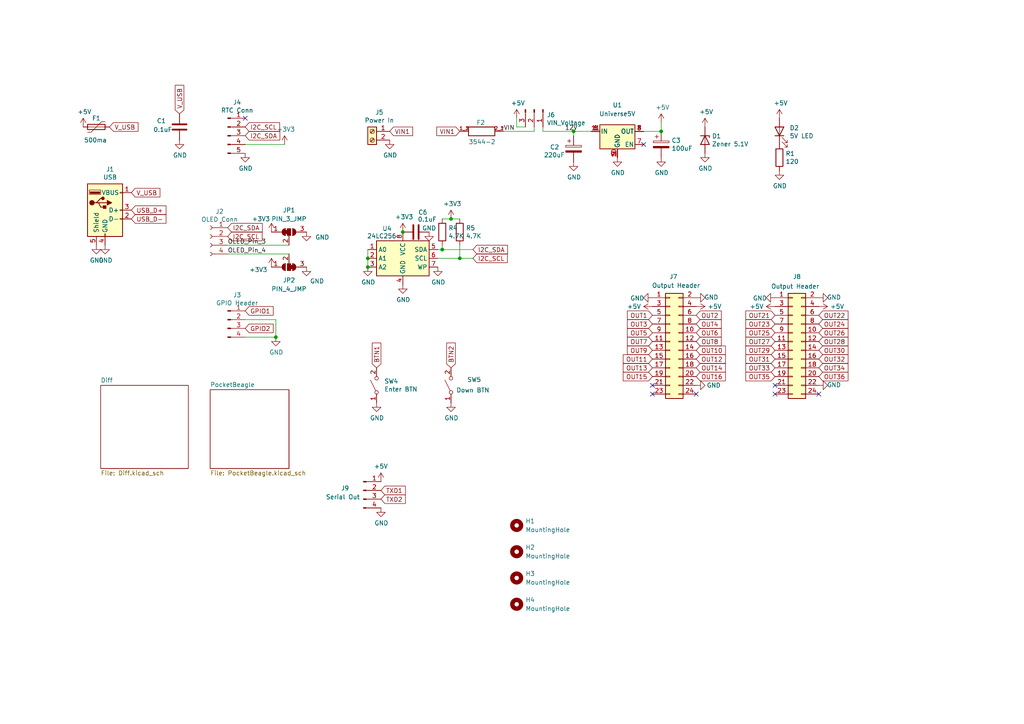
<source format=kicad_sch>
(kicad_sch (version 20250114) (generator "eeschema") (generator_version "9.0")
  (paper "A4")
  (title_block (title "PB 16 Expansion") (date "2026-02-16") (rev "v5") (company "Scott Hanson"))
  (lib_symbols
    (symbol "Connector:Conn_01x03_Male" (pin_names (offset 1.016) (hide yes))
      (property "Reference" "J" (at 0 5.08 0))
      (property "Value" "Conn_01x03_Male" (at 0 -5.08 0))
      (symbol "Conn_01x03_Male_1_1"
        (rectangle (start 0.8636 2.667) (end 0 2.413) (stroke (width 0.1524)) (fill (type outline)))
        (rectangle (start 0.8636 0.127) (end 0 -0.127) (stroke (width 0.1524)) (fill (type outline)))
        (rectangle (start 0.8636 -2.413) (end 0 -2.667) (stroke (width 0.1524)) (fill (type outline)))
        (polyline (pts (xy 1.27 2.54) (xy 0.8636 2.54)) (stroke (width 0.1524)))
        (polyline (pts (xy 1.27 0) (xy 0.8636 0)) (stroke (width 0.1524)))
        (polyline (pts (xy 1.27 -2.54) (xy 0.8636 -2.54)) (stroke (width 0.1524)))
        (pin passive line (at 5.08 2.54 180) (length 3.81) (name "Pin_1") (number "1"))
        (pin passive line (at 5.08 0 180) (length 3.81) (name "Pin_2") (number "2"))
        (pin passive line (at 5.08 -2.54 180) (length 3.81) (name "Pin_3") (number "3"))
      )
    )
    (symbol "Connector:Conn_01x04_Female" (pin_names (offset 1.016) (hide yes))
      (property "Reference" "J" (at 0 5.08 0))
      (property "Value" "Conn_01x04_Female" (at 0 -7.62 0))
      (symbol "Conn_01x04_Female_1_1"
        (polyline (pts (xy -1.27 2.54) (xy -0.508 2.54)) (stroke (width 0.1524)))
        (polyline (pts (xy -1.27 0) (xy -0.508 0)) (stroke (width 0.1524)))
        (polyline (pts (xy -1.27 -2.54) (xy -0.508 -2.54)) (stroke (width 0.1524)))
        (polyline (pts (xy -1.27 -5.08) (xy -0.508 -5.08)) (stroke (width 0.1524)))
        (arc (start 0 2.032) (mid -0.5058 2.54) (end 0 3.048) (stroke (width 0.1524)))
        (arc (start 0 -0.508) (mid -0.5058 0) (end 0 0.508) (stroke (width 0.1524)))
        (arc (start 0 -3.048) (mid -0.5058 -2.54) (end 0 -2.032) (stroke (width 0.1524)))
        (arc (start 0 -5.588) (mid -0.5058 -5.08) (end 0 -4.572) (stroke (width 0.1524)))
        (pin passive line (at -5.08 2.54 0) (length 3.81) (name "Pin_1") (number "1"))
        (pin passive line (at -5.08 0 0) (length 3.81) (name "Pin_2") (number "2"))
        (pin passive line (at -5.08 -2.54 0) (length 3.81) (name "Pin_3") (number "3"))
        (pin passive line (at -5.08 -5.08 0) (length 3.81) (name "Pin_4") (number "4"))
      )
    )
    (symbol "Connector:Conn_01x04_Male" (pin_names (offset 1.016) (hide yes))
      (property "Reference" "J" (at 0 5.08 0))
      (property "Value" "Conn_01x04_Male" (at 0 -7.62 0))
      (symbol "Conn_01x04_Male_1_1"
        (rectangle (start 0.8636 2.667) (end 0 2.413) (stroke (width 0.1524)) (fill (type outline)))
        (rectangle (start 0.8636 0.127) (end 0 -0.127) (stroke (width 0.1524)) (fill (type outline)))
        (rectangle (start 0.8636 -2.413) (end 0 -2.667) (stroke (width 0.1524)) (fill (type outline)))
        (rectangle (start 0.8636 -4.953) (end 0 -5.207) (stroke (width 0.1524)) (fill (type outline)))
        (polyline (pts (xy 1.27 2.54) (xy 0.8636 2.54)) (stroke (width 0.1524)))
        (polyline (pts (xy 1.27 0) (xy 0.8636 0)) (stroke (width 0.1524)))
        (polyline (pts (xy 1.27 -2.54) (xy 0.8636 -2.54)) (stroke (width 0.1524)))
        (polyline (pts (xy 1.27 -5.08) (xy 0.8636 -5.08)) (stroke (width 0.1524)))
        (pin passive line (at 5.08 2.54 180) (length 3.81) (name "Pin_1") (number "1"))
        (pin passive line (at 5.08 0 180) (length 3.81) (name "Pin_2") (number "2"))
        (pin passive line (at 5.08 -2.54 180) (length 3.81) (name "Pin_3") (number "3"))
        (pin passive line (at 5.08 -5.08 180) (length 3.81) (name "Pin_4") (number "4"))
      )
    )
    (symbol "Connector:Conn_01x05_Male" (pin_names (offset 1.016) (hide yes))
      (property "Reference" "J" (at 0 7.62 0))
      (property "Value" "Conn_01x05_Male" (at 0 -7.62 0))
      (symbol "Conn_01x05_Male_1_1"
        (rectangle (start 0.8636 5.207) (end 0 4.953) (stroke (width 0.1524)) (fill (type outline)))
        (rectangle (start 0.8636 2.667) (end 0 2.413) (stroke (width 0.1524)) (fill (type outline)))
        (rectangle (start 0.8636 0.127) (end 0 -0.127) (stroke (width 0.1524)) (fill (type outline)))
        (rectangle (start 0.8636 -2.413) (end 0 -2.667) (stroke (width 0.1524)) (fill (type outline)))
        (rectangle (start 0.8636 -4.953) (end 0 -5.207) (stroke (width 0.1524)) (fill (type outline)))
        (polyline (pts (xy 1.27 5.08) (xy 0.8636 5.08)) (stroke (width 0.1524)))
        (polyline (pts (xy 1.27 2.54) (xy 0.8636 2.54)) (stroke (width 0.1524)))
        (polyline (pts (xy 1.27 0) (xy 0.8636 0)) (stroke (width 0.1524)))
        (polyline (pts (xy 1.27 -2.54) (xy 0.8636 -2.54)) (stroke (width 0.1524)))
        (polyline (pts (xy 1.27 -5.08) (xy 0.8636 -5.08)) (stroke (width 0.1524)))
        (pin passive line (at 5.08 5.08 180) (length 3.81) (name "Pin_1") (number "1"))
        (pin passive line (at 5.08 2.54 180) (length 3.81) (name "Pin_2") (number "2"))
        (pin passive line (at 5.08 0 180) (length 3.81) (name "Pin_3") (number "3"))
        (pin passive line (at 5.08 -2.54 180) (length 3.81) (name "Pin_4") (number "4"))
        (pin passive line (at 5.08 -5.08 180) (length 3.81) (name "Pin_5") (number "5"))
      )
    )
    (symbol "Connector:Screw_Terminal_01x02" (pin_names (offset 1.016) (hide yes))
      (property "Reference" "J" (at 0 2.54 0))
      (property "Value" "Screw_Terminal_01x02" (at 0 -5.08 0))
      (symbol "Screw_Terminal_01x02_1_1"
        (rectangle (start -1.27 1.27) (end 1.27 -3.81) (stroke (width 0.254)) (fill (type background)))
        (polyline (pts (xy -0.5334 0.3302) (xy 0.3302 -0.508)) (stroke (width 0.1524)))
        (polyline (pts (xy -0.5334 -2.2098) (xy 0.3302 -3.048)) (stroke (width 0.1524)))
        (polyline (pts (xy -0.3556 0.508) (xy 0.508 -0.3302)) (stroke (width 0.1524)))
        (polyline (pts (xy -0.3556 -2.032) (xy 0.508 -2.8702)) (stroke (width 0.1524)))
        (circle (center 0 0) (radius 0.635) (stroke (width 0.1524)))
        (circle (center 0 -2.54) (radius 0.635) (stroke (width 0.1524)))
        (pin passive line (at -5.08 0 0) (length 3.81) (name "Pin_1") (number "1"))
        (pin passive line (at -5.08 -2.54 0) (length 3.81) (name "Pin_2") (number "2"))
      )
    )
    (symbol "Connector_Generic:Conn_02x12_Odd_Even" (pin_names (offset 1.016) (hide yes))
      (property "Reference" "J" (at 1.27 15.24 0))
      (property "Value" "Conn_02x12_Odd_Even" (at 1.27 -17.78 0))
      (symbol "Conn_02x12_Odd_Even_1_1"
        (rectangle (start -1.27 13.97) (end 3.81 -16.51) (stroke (width 0.254)) (fill (type background)))
        (rectangle (start -1.27 12.827) (end 0 12.573) (stroke (width 0.1524)))
        (rectangle (start -1.27 10.287) (end 0 10.033) (stroke (width 0.1524)))
        (rectangle (start -1.27 7.747) (end 0 7.493) (stroke (width 0.1524)))
        (rectangle (start -1.27 5.207) (end 0 4.953) (stroke (width 0.1524)))
        (rectangle (start -1.27 2.667) (end 0 2.413) (stroke (width 0.1524)))
        (rectangle (start -1.27 0.127) (end 0 -0.127) (stroke (width 0.1524)))
        (rectangle (start -1.27 -2.413) (end 0 -2.667) (stroke (width 0.1524)))
        (rectangle (start -1.27 -4.953) (end 0 -5.207) (stroke (width 0.1524)))
        (rectangle (start -1.27 -7.493) (end 0 -7.747) (stroke (width 0.1524)))
        (rectangle (start -1.27 -10.033) (end 0 -10.287) (stroke (width 0.1524)))
        (rectangle (start -1.27 -12.573) (end 0 -12.827) (stroke (width 0.1524)))
        (rectangle (start -1.27 -15.113) (end 0 -15.367) (stroke (width 0.1524)))
        (rectangle (start 3.81 12.827) (end 2.54 12.573) (stroke (width 0.1524)))
        (rectangle (start 3.81 10.287) (end 2.54 10.033) (stroke (width 0.1524)))
        (rectangle (start 3.81 7.747) (end 2.54 7.493) (stroke (width 0.1524)))
        (rectangle (start 3.81 5.207) (end 2.54 4.953) (stroke (width 0.1524)))
        (rectangle (start 3.81 2.667) (end 2.54 2.413) (stroke (width 0.1524)))
        (rectangle (start 3.81 0.127) (end 2.54 -0.127) (stroke (width 0.1524)))
        (rectangle (start 3.81 -2.413) (end 2.54 -2.667) (stroke (width 0.1524)))
        (rectangle (start 3.81 -4.953) (end 2.54 -5.207) (stroke (width 0.1524)))
        (rectangle (start 3.81 -7.493) (end 2.54 -7.747) (stroke (width 0.1524)))
        (rectangle (start 3.81 -10.033) (end 2.54 -10.287) (stroke (width 0.1524)))
        (rectangle (start 3.81 -12.573) (end 2.54 -12.827) (stroke (width 0.1524)))
        (rectangle (start 3.81 -15.113) (end 2.54 -15.367) (stroke (width 0.1524)))
        (pin passive line (at -5.08 12.7 0) (length 3.81) (name "Pin_1") (number "1"))
        (pin passive line (at -5.08 10.16 0) (length 3.81) (name "Pin_3") (number "3"))
        (pin passive line (at -5.08 7.62 0) (length 3.81) (name "Pin_5") (number "5"))
        (pin passive line (at -5.08 5.08 0) (length 3.81) (name "Pin_7") (number "7"))
        (pin passive line (at -5.08 2.54 0) (length 3.81) (name "Pin_9") (number "9"))
        (pin passive line (at -5.08 0 0) (length 3.81) (name "Pin_11") (number "11"))
        (pin passive line (at -5.08 -2.54 0) (length 3.81) (name "Pin_13") (number "13"))
        (pin passive line (at -5.08 -5.08 0) (length 3.81) (name "Pin_15") (number "15"))
        (pin passive line (at -5.08 -7.62 0) (length 3.81) (name "Pin_17") (number "17"))
        (pin passive line (at -5.08 -10.16 0) (length 3.81) (name "Pin_19") (number "19"))
        (pin passive line (at -5.08 -12.7 0) (length 3.81) (name "Pin_21") (number "21"))
        (pin passive line (at -5.08 -15.24 0) (length 3.81) (name "Pin_23") (number "23"))
        (pin passive line (at 7.62 12.7 180) (length 3.81) (name "Pin_2") (number "2"))
        (pin passive line (at 7.62 10.16 180) (length 3.81) (name "Pin_4") (number "4"))
        (pin passive line (at 7.62 7.62 180) (length 3.81) (name "Pin_6") (number "6"))
        (pin passive line (at 7.62 5.08 180) (length 3.81) (name "Pin_8") (number "8"))
        (pin passive line (at 7.62 2.54 180) (length 3.81) (name "Pin_10") (number "10"))
        (pin passive line (at 7.62 0 180) (length 3.81) (name "Pin_12") (number "12"))
        (pin passive line (at 7.62 -2.54 180) (length 3.81) (name "Pin_14") (number "14"))
        (pin passive line (at 7.62 -5.08 180) (length 3.81) (name "Pin_16") (number "16"))
        (pin passive line (at 7.62 -7.62 180) (length 3.81) (name "Pin_18") (number "18"))
        (pin passive line (at 7.62 -10.16 180) (length 3.81) (name "Pin_20") (number "20"))
        (pin passive line (at 7.62 -12.7 180) (length 3.81) (name "Pin_22") (number "22"))
        (pin passive line (at 7.62 -15.24 180) (length 3.81) (name "Pin_24") (number "24"))
      )
    )
    (symbol "Device:C" (pin_numbers (hide yes)) (pin_names (offset 0.254))
      (property "Reference" "C" (at 0.635 2.54 0))
      (property "Value" "C" (at 0.635 -2.54 0))
      (symbol "C_0_1"
        (polyline (pts (xy -2.032 0.762) (xy 2.032 0.762)) (stroke (width 0.508)))
        (polyline (pts (xy -2.032 -0.762) (xy 2.032 -0.762)) (stroke (width 0.508)))
      )
      (symbol "C_1_1"
        (pin passive line (at 0 3.81 270) (length 2.794) (name "~") (number "1"))
        (pin passive line (at 0 -3.81 90) (length 2.794) (name "~") (number "2"))
      )
    )
    (symbol "Device:D_Zener" (pin_numbers (hide yes)) (pin_names (offset 1.016) (hide yes))
      (property "Reference" "D" (at 0 2.54 0))
      (property "Value" "D_Zener" (at 0 -2.54 0))
      (symbol "D_Zener_0_1"
        (polyline (pts (xy -1.27 -1.27) (xy -1.27 1.27) (xy -0.762 1.27)) (stroke (width 0.254)))
        (polyline (pts (xy 1.27 0) (xy -1.27 0)))
        (polyline (pts (xy 1.27 -1.27) (xy 1.27 1.27) (xy -1.27 0) (xy 1.27 -1.27)) (stroke (width 0.254)))
      )
      (symbol "D_Zener_1_1"
        (pin passive line (at -3.81 0 0) (length 2.54) (name "K") (number "1"))
        (pin passive line (at 3.81 0 180) (length 2.54) (name "A") (number "2"))
      )
    )
    (symbol "Device:LED" (pin_numbers (hide yes)) (pin_names (offset 1.016) (hide yes))
      (property "Reference" "D" (at 0 2.54 0))
      (property "Value" "LED" (at 0 -2.54 0))
      (symbol "LED_0_1"
        (polyline (pts (xy -3.048 -0.762) (xy -4.572 -2.286) (xy -3.81 -2.286) (xy -4.572 -2.286) (xy -4.572 -1.524)))
        (polyline (pts (xy -1.778 -0.762) (xy -3.302 -2.286) (xy -2.54 -2.286) (xy -3.302 -2.286) (xy -3.302 -1.524)))
        (polyline (pts (xy -1.27 0) (xy 1.27 0)))
        (polyline (pts (xy -1.27 -1.27) (xy -1.27 1.27)) (stroke (width 0.254)))
        (polyline (pts (xy 1.27 -1.27) (xy 1.27 1.27) (xy -1.27 0) (xy 1.27 -1.27)) (stroke (width 0.254)))
      )
      (symbol "LED_1_1"
        (pin passive line (at -3.81 0 0) (length 2.54) (name "K") (number "1"))
        (pin passive line (at 3.81 0 180) (length 2.54) (name "A") (number "2"))
      )
    )
    (symbol "Device:Polyfuse" (pin_numbers (hide yes)) (pin_names (offset 0))
      (property "Reference" "F" (at -2.54 0 90))
      (property "Value" "Polyfuse" (at 2.54 0 90))
      (symbol "Polyfuse_0_1"
        (polyline (pts (xy -1.524 2.54) (xy -1.524 1.524) (xy 1.524 -1.524) (xy 1.524 -2.54)))
        (rectangle (start -0.762 2.54) (end 0.762 -2.54) (stroke (width 0.254)))
        (polyline (pts (xy 0 2.54) (xy 0 -2.54)))
      )
      (symbol "Polyfuse_1_1"
        (pin passive line (at 0 3.81 270) (length 1.27) (name "~") (number "1"))
        (pin passive line (at 0 -3.81 90) (length 1.27) (name "~") (number "2"))
      )
    )
    (symbol "Device:R" (pin_numbers (hide yes)) (pin_names (offset 0))
      (property "Reference" "R" (at 2.032 0 90))
      (property "Value" "R" (at 0 0 90))
      (symbol "R_0_1"
        (rectangle (start -1.016 -2.54) (end 1.016 2.54) (stroke (width 0.254)))
      )
      (symbol "R_1_1"
        (pin passive line (at 0 3.81 270) (length 1.27) (name "~") (number "1"))
        (pin passive line (at 0 -3.81 90) (length 1.27) (name "~") (number "2"))
      )
    )
    (symbol "Mechanical:MountingHole" (pin_names (offset 1.016)) (exclude_from_sim yes) (in_bom no)
      (property "Reference" "H" (at 0 5.08 0))
      (property "Value" "MountingHole" (at 0 3.175 0))
      (symbol "MountingHole_0_1"
        (circle (center 0 0) (radius 1.27) (stroke (width 1.27)))
      )
    )
    (symbol "Memory_EEPROM:24LC256"
      (property "Reference" "U" (at -6.35 6.35 0))
      (property "Value" "24LC256" (at 1.27 6.35 0))
      (symbol "24LC256_1_1"
        (rectangle (start -7.62 5.08) (end 7.62 -5.08) (stroke (width 0.254)) (fill (type background)))
        (pin input line (at -10.16 2.54 0) (length 2.54) (name "A0") (number "1"))
        (pin input line (at -10.16 0 0) (length 2.54) (name "A1") (number "2"))
        (pin input line (at -10.16 -2.54 0) (length 2.54) (name "A2") (number "3"))
        (pin power_in line (at 0 7.62 270) (length 2.54) (name "VCC") (number "8"))
        (pin power_in line (at 0 -7.62 90) (length 2.54) (name "GND") (number "4"))
        (pin bidirectional line (at 10.16 2.54 180) (length 2.54) (name "SDA") (number "5"))
        (pin input line (at 10.16 0 180) (length 2.54) (name "SCL") (number "6"))
        (pin input line (at 10.16 -2.54 180) (length 2.54) (name "WP") (number "7"))
      )
    )
    (symbol "PB_16-rescue:+3.3V-power" (power) (pin_names (offset 0))
      (property "Value" "+3.3V-power" (at 0 3.556 0))
      (symbol "+3.3V-power_0_1"
        (polyline (pts (xy -0.762 1.27) (xy 0 2.54)))
        (polyline (pts (xy 0 2.54) (xy 0.762 1.27)))
        (polyline (pts (xy 0 0) (xy 0 2.54)))
      )
      (symbol "+3.3V-power_1_1"
        (pin power_in line (at 0 0 90) (length 0) (hide yes) (name "+3V3") (number "1"))
      )
    )
    (symbol "PB_16-rescue:CP-Device" (pin_numbers (hide yes)) (pin_names (offset 0.254))
      (property "Reference" "C" (at 0.635 2.54 0))
      (property "Value" "CP-Device" (at 0.635 -2.54 0))
      (symbol "CP-Device_0_1"
        (rectangle (start -2.286 0.508) (end 2.286 1.016))
        (polyline (pts (xy -1.778 2.286) (xy -0.762 2.286)))
        (polyline (pts (xy -1.27 2.794) (xy -1.27 1.778)))
        (rectangle (start 2.286 -0.508) (end -2.286 -1.016) (fill (type outline)))
      )
      (symbol "CP-Device_1_1"
        (pin passive line (at 0 3.81 270) (length 2.794) (name "~") (number "1"))
        (pin passive line (at 0 -3.81 90) (length 2.794) (name "~") (number "2"))
      )
    )
    (symbol "PB_16-rescue:USB_A-Connector" (pin_names (offset 1.016))
      (property "Reference" "J" (at -5.08 11.43 0))
      (property "Value" "USB_A-Connector" (at -5.08 8.89 0))
      (symbol "USB_A-Connector_0_1"
        (rectangle (start -5.08 -7.62) (end 5.08 7.62) (stroke (width 0.254)) (fill (type background)))
        (circle (center -3.81 2.159) (radius 0.635) (stroke (width 0.254)) (fill (type outline)))
        (polyline (pts (xy -3.175 2.159) (xy -2.54 2.159) (xy -1.27 3.429) (xy -0.635 3.429)) (stroke (width 0.254)))
        (polyline (pts (xy -2.54 2.159) (xy -1.905 2.159) (xy -1.27 0.889) (xy 0 0.889)) (stroke (width 0.254)))
        (rectangle (start -1.524 4.826) (end -4.318 5.334) (fill (type outline)))
        (rectangle (start -1.27 4.572) (end -4.572 5.842))
        (circle (center -0.635 3.429) (radius 0.381) (stroke (width 0.254)) (fill (type outline)))
        (rectangle (start -0.127 -7.62) (end 0.127 -6.858))
        (rectangle (start 0.254 1.27) (end -0.508 0.508) (stroke (width 0.254)) (fill (type outline)))
        (polyline (pts (xy 0.635 2.794) (xy 0.635 1.524) (xy 1.905 2.159) (xy 0.635 2.794)) (stroke (width 0.254)) (fill (type outline)))
        (rectangle (start 5.08 4.953) (end 4.318 5.207))
        (rectangle (start 5.08 -0.127) (end 4.318 0.127))
        (rectangle (start 5.08 -2.667) (end 4.318 -2.413))
      )
      (symbol "USB_A-Connector_1_1"
        (polyline (pts (xy -1.905 2.159) (xy 0.635 2.159)) (stroke (width 0.254)))
        (pin passive line (at -2.54 -10.16 90) (length 2.54) (name "Shield") (number "5"))
        (pin power_in line (at 0 -10.16 90) (length 2.54) (name "GND") (number "4"))
        (pin power_in line (at 7.62 5.08 180) (length 2.54) (name "VBUS") (number "1"))
        (pin passive line (at 7.62 0 180) (length 2.54) (name "D+") (number "3"))
        (pin passive line (at 7.62 -2.54 180) (length 2.54) (name "D-") (number "2"))
      )
    )
    (symbol "Scotts:3544-2" (pin_names (offset 1.016) (hide yes))
      (property "Reference" "F?" (at -3.81 2.54 0))
      (property "Value" "3544-2" (at -3.81 -2.54 0))
      (symbol "3544-2_0_0"
        (polyline (pts (xy -3.81 1.27) (xy 3.81 1.27)) (stroke (width 0.254)))
        (polyline (pts (xy -3.81 -1.27) (xy -3.81 1.27)) (stroke (width 0.254)))
        (polyline (pts (xy 3.81 1.27) (xy 3.81 -1.27)) (stroke (width 0.254)))
        (polyline (pts (xy 3.81 -1.27) (xy -3.81 -1.27)) (stroke (width 0.254)))
        (text "~" (at 0 0 0) (effects (font (size 1.27 1.27))))
        (pin passive line (at -6.35 0 0) (length 2.54) (name "1") (number "1_1"))
        (pin passive line (at -6.35 0 0) (length 2.54) (name "1") (number "1_2"))
        (pin passive line (at 6.35 0 180) (length 2.54) (name "2") (number "2_1"))
        (pin passive line (at 6.35 0 180) (length 2.54) (name "2") (number "2_2"))
      )
    )
    (symbol "Scotts:SolderJumper_3_Bridged12" (pin_names (offset 0) (hide yes))
      (property "Reference" "JP?" (at 0 6.35 0))
      (property "Value" "SolderJumper_3_Bridged12" (at 0 3.81 0))
      (symbol "SolderJumper_3_Bridged12_0_1"
        (polyline (pts (xy -2.54 0) (xy -2.032 0)))
        (polyline (pts (xy -1.016 1.016) (xy -1.016 -1.016)))
        (rectangle (start -1.016 0.508) (end -0.508 -0.508) (fill (type outline)))
        (arc (start -1.016 -1.016) (mid -2.0275 0) (end -1.016 1.016))
        (arc (start -1.016 -1.016) (mid -2.0275 0) (end -1.016 1.016) (fill (type outline)))
        (rectangle (start -0.508 1.016) (end 0.508 -1.016) (fill (type outline)))
        (polyline (pts (xy 0 -1.27) (xy 0 -1.016)))
        (arc (start 1.016 1.016) (mid 2.0275 0) (end 1.016 -1.016))
        (arc (start 1.016 1.016) (mid 2.0275 0) (end 1.016 -1.016) (fill (type outline)))
        (polyline (pts (xy 1.016 1.016) (xy 1.016 -1.016)))
        (polyline (pts (xy 2.54 0) (xy 2.032 0)))
      )
      (symbol "SolderJumper_3_Bridged12_1_1"
        (pin passive line (at -5.08 0 0) (length 2.54) (name "A") (number "1"))
        (pin passive line (at 0 -3.81 90) (length 2.54) (name "C") (number "2"))
        (pin passive line (at 5.08 0 180) (length 2.54) (name "B") (number "3"))
      )
    )
    (symbol "Scotts:SolderJumper_3_Bridged23" (pin_names (offset 0) (hide yes))
      (property "Reference" "JP?" (at 0 6.35 0))
      (property "Value" "SolderJumper_3_Bridged23" (at 0 3.81 0))
      (symbol "SolderJumper_3_Bridged23_0_1"
        (polyline (pts (xy -2.54 0) (xy -2.032 0)))
        (polyline (pts (xy -1.016 1.016) (xy -1.016 -1.016)))
        (arc (start -1.016 -1.016) (mid -2.0275 0) (end -1.016 1.016))
        (arc (start -1.016 -1.016) (mid -2.0275 0) (end -1.016 1.016) (fill (type outline)))
        (rectangle (start -0.508 1.016) (end 0.508 -1.016) (fill (type outline)))
        (polyline (pts (xy 0 -1.27) (xy 0 -1.016)))
        (rectangle (start 0.508 0.508) (end 1.016 -0.508) (fill (type outline)))
        (arc (start 1.016 1.016) (mid 2.0275 0) (end 1.016 -1.016))
        (arc (start 1.016 1.016) (mid 2.0275 0) (end 1.016 -1.016) (fill (type outline)))
        (polyline (pts (xy 1.016 1.016) (xy 1.016 -1.016)))
        (polyline (pts (xy 2.54 0) (xy 2.032 0)))
      )
      (symbol "SolderJumper_3_Bridged23_1_1"
        (pin passive line (at -5.08 0 0) (length 2.54) (name "A") (number "1"))
        (pin passive line (at 0 -3.81 90) (length 2.54) (name "C") (number "2"))
        (pin passive line (at 5.08 0 180) (length 2.54) (name "B") (number "3"))
      )
    )
    (symbol "Scotts:Universe5V" (pin_names (offset 0.254))
      (property "Reference" "U1" (at 0 7.62 0))
      (property "Value" "Universe5V" (at 0 5.08 0))
      (symbol "Universe5V_0_0"
        (pin power_in line (at -7.62 0 0) (length 2.54) (name "IN") (number "11"))
        (pin power_in line (at -7.62 0 0) (length 2.54) (name "IN") (number "6"))
        (pin power_in line (at 0 -7.62 90) (length 2.54) (name "GND") (number "10"))
        (pin power_in line (at 0 -7.62 90) (length 2.54) (name "GND") (number "5"))
        (pin power_in line (at 0 -7.62 90) (length 2.54) (name "GND") (number "9"))
        (pin power_in line (at 7.62 0 180) (length 2.54) (name "OUT") (number "4"))
        (pin power_in line (at 7.62 0 180) (length 2.54) (name "OUT") (number "8"))
        (pin output line (at 7.62 -3.81 180) (length 2.54) (name "EN") (number "7"))
      )
      (symbol "Universe5V_0_1"
        (rectangle (start -5.08 1.905) (end 5.08 -5.08) (stroke (width 0.254)) (fill (type background)))
      )
      (symbol "Universe5V_1_1"
        (pin power_in line (at -7.62 0 0) (length 2.54) (name "IN") (number "1"))
        (pin power_in line (at 0 -7.62 90) (length 2.54) (name "GND") (number "2"))
        (pin power_out line (at 7.62 0 180) (length 2.54) (name "OUT") (number "3"))
      )
    )
    (symbol "Switch:SW_SPST" (pin_names (offset 0) (hide yes))
      (property "Reference" "SW" (at 0 3.175 0))
      (property "Value" "SW_SPST" (at 0 -2.54 0))
      (symbol "SW_SPST_0_0"
        (circle (center -2.032 0) (radius 0.508))
        (polyline (pts (xy -1.524 0.254) (xy 1.524 1.778)))
        (circle (center 2.032 0) (radius 0.508))
      )
      (symbol "SW_SPST_1_1"
        (pin passive line (at -5.08 0 0) (length 2.54) (name "A") (number "1"))
        (pin passive line (at 5.08 0 180) (length 2.54) (name "B") (number "2"))
      )
    )
    (symbol "power:+3.3V" (power) (pin_names (offset 0))
      (property "Value" "+3.3V" (at 0 3.556 0))
      (symbol "+3.3V_0_1"
        (polyline (pts (xy -0.762 1.27) (xy 0 2.54)))
        (polyline (pts (xy 0 2.54) (xy 0.762 1.27)))
        (polyline (pts (xy 0 0) (xy 0 2.54)))
      )
      (symbol "+3.3V_1_1"
        (pin power_in line (at 0 0 90) (length 0) (hide yes) (name "+3V3") (number "1"))
      )
    )
    (symbol "power:+5V" (power) (pin_names (offset 0))
      (property "Value" "+5V" (at 0 3.556 0))
      (symbol "+5V_0_1"
        (polyline (pts (xy -0.762 1.27) (xy 0 2.54)))
        (polyline (pts (xy 0 2.54) (xy 0.762 1.27)))
        (polyline (pts (xy 0 0) (xy 0 2.54)))
      )
      (symbol "+5V_1_1"
        (pin power_in line (at 0 0 90) (length 0) (hide yes) (name "+5V") (number "1"))
      )
    )
    (symbol "power:GND" (power) (pin_names (offset 0))
      (property "Value" "GND" (at 0 -3.81 0))
      (symbol "GND_0_1"
        (polyline (pts (xy 0 0) (xy 0 -1.27) (xy 1.27 -1.27) (xy 0 -2.54) (xy -1.27 -1.27) (xy 0 -1.27)))
      )
      (symbol "GND_1_1"
        (pin power_in line (at 0 0 270) (length 0) (hide yes) (name "GND") (number "1"))
      )
    )
  )
  (junction (at 80.01 97.79))
  (junction (at 106.68 77.47))
  (junction (at 133.35 74.93))
  (junction (at 116.84 67.31))
  (junction (at 130.81 63.5))
  (junction (at 106.68 74.93))
  (junction (at 191.77 38.1))
  (junction (at 166.37 38.1))
  (junction (at 128.27 72.39))
  (no_connect (at 224.79 114.3))
  (no_connect (at 201.93 114.3))
  (no_connect (at 189.23 111.76))
  (no_connect (at 186.69 41.91))
  (no_connect (at 224.79 111.76))
  (no_connect (at 237.49 114.3))
  (no_connect (at 71.12 34.29))
  (no_connect (at 189.23 114.3))
  (wire (pts (xy 157.48 38.1) (xy 166.37 38.1)))
  (wire (pts (xy 191.77 38.1) (xy 191.77 35.56)))
  (wire (pts (xy 71.12 41.91) (xy 82.55 41.91)))
  (wire (pts (xy 71.12 92.71) (xy 80.01 92.71)))
  (wire (pts (xy 149.86 34.29) (xy 149.86 36.83)))
  (wire (pts (xy 149.86 36.83) (xy 152.4 36.83)))
  (wire (pts (xy 133.35 74.93) (xy 137.16 74.93)))
  (wire (pts (xy 146.05 38.1) (xy 154.94 38.1)))
  (wire (pts (xy 80.01 92.71) (xy 80.01 97.79)))
  (wire (pts (xy 186.69 38.1) (xy 191.77 38.1)))
  (wire (pts (xy 130.81 63.5) (xy 133.35 63.5)))
  (wire (pts (xy 127 72.39) (xy 128.27 72.39)))
  (wire (pts (xy 128.27 63.5) (xy 130.81 63.5)))
  (wire (pts (xy 66.04 71.12) (xy 83.82 71.12)))
  (wire (pts (xy 106.68 74.93) (xy 106.68 77.47)))
  (wire (pts (xy 166.37 38.1) (xy 171.45 38.1)))
  (wire (pts (xy 157.48 36.83) (xy 157.48 38.1)))
  (wire (pts (xy 133.35 71.12) (xy 133.35 74.93)))
  (wire (pts (xy 154.94 36.83) (xy 154.94 38.1)))
  (wire (pts (xy 127 74.93) (xy 133.35 74.93)))
  (wire (pts (xy 106.68 72.39) (xy 106.68 74.93)))
  (wire (pts (xy 128.27 72.39) (xy 137.16 72.39)))
  (wire (pts (xy 166.37 38.1) (xy 166.37 39.37)))
  (wire (pts (xy 80.01 97.79) (xy 71.12 97.79)))
  (wire (pts (xy 128.27 71.12) (xy 128.27 72.39)))
  (wire (pts (xy 66.04 73.66) (xy 83.82 73.66)))
  (label "OLED_Pin_3" (at 66.04 71.12 0))
  (label "VIN" (at 146.05 38.1 0))
  (label "12V" (at 163.83 38.1 0))
  (label "OLED_Pin_4" (at 66.04 73.66 0))
  (global_label "OUT34" (shape input) (at 237.49 106.68 0) (property "Intersheetrefs" "${INTERSHEET_REFS}" (effects (hide yes))))
  (global_label "V_USB" (shape input) (at 31.75 36.83 0) (property "Intersheetrefs" "${INTERSHEET_REFS}" (effects (hide yes))))
  (global_label "I2C_SDA" (shape input) (at 137.16 72.39 0) (property "Intersheetrefs" "${INTERSHEET_REFS}" (effects (hide yes))))
  (global_label "OUT9" (shape input) (at 189.23 101.6 180) (property "Intersheetrefs" "${INTERSHEET_REFS}" (effects (hide yes))))
  (global_label "OUT7" (shape input) (at 189.23 99.06 180) (property "Intersheetrefs" "${INTERSHEET_REFS}" (effects (hide yes))))
  (global_label "OUT30" (shape input) (at 237.49 101.6 0) (property "Intersheetrefs" "${INTERSHEET_REFS}" (effects (hide yes))))
  (global_label "USB_D+" (shape input) (at 38.1 60.96 0) (property "Intersheetrefs" "${INTERSHEET_REFS}" (effects (hide yes))))
  (global_label "OUT14" (shape input) (at 201.93 106.68 0) (property "Intersheetrefs" "${INTERSHEET_REFS}" (effects (hide yes))))
  (global_label "OUT27" (shape input) (at 224.79 99.06 180) (property "Intersheetrefs" "${INTERSHEET_REFS}" (effects (hide yes))))
  (global_label "OUT33" (shape input) (at 224.79 106.68 180) (property "Intersheetrefs" "${INTERSHEET_REFS}" (effects (hide yes))))
  (global_label "OUT16" (shape input) (at 201.93 109.22 0) (property "Intersheetrefs" "${INTERSHEET_REFS}" (effects (hide yes))))
  (global_label "GPIO1" (shape input) (at 71.12 90.17 0) (property "Intersheetrefs" "${INTERSHEET_REFS}" (effects (hide yes))))
  (global_label "OUT26" (shape input) (at 237.49 96.52 0) (property "Intersheetrefs" "${INTERSHEET_REFS}" (effects (hide yes))))
  (global_label "I2C_SCL" (shape input) (at 71.12 36.83 0) (property "Intersheetrefs" "${INTERSHEET_REFS}" (effects (hide yes))))
  (global_label "OUT1" (shape input) (at 189.23 91.44 180) (property "Intersheetrefs" "${INTERSHEET_REFS}" (effects (hide yes))))
  (global_label "I2C_SDA" (shape input) (at 71.12 39.37 0) (property "Intersheetrefs" "${INTERSHEET_REFS}" (effects (hide yes))))
  (global_label "I2C_SDA" (shape input) (at 66.04 66.04 0) (property "Intersheetrefs" "${INTERSHEET_REFS}" (effects (hide yes))))
  (global_label "OUT3" (shape input) (at 189.23 93.98 180) (property "Intersheetrefs" "${INTERSHEET_REFS}" (effects (hide yes))))
  (global_label "OUT2" (shape input) (at 201.93 91.44 0) (property "Intersheetrefs" "${INTERSHEET_REFS}" (effects (hide yes))))
  (global_label "OUT4" (shape input) (at 201.93 93.98 0) (property "Intersheetrefs" "${INTERSHEET_REFS}" (effects (hide yes))))
  (global_label "OUT12" (shape input) (at 201.93 104.14 0) (property "Intersheetrefs" "${INTERSHEET_REFS}" (effects (hide yes))))
  (global_label "OUT32" (shape input) (at 237.49 104.14 0) (property "Intersheetrefs" "${INTERSHEET_REFS}" (effects (hide yes))))
  (global_label "OUT25" (shape input) (at 224.79 96.52 180) (property "Intersheetrefs" "${INTERSHEET_REFS}" (effects (hide yes))))
  (global_label "VIN1" (shape input) (at 133.35 38.1 180) (property "Intersheetrefs" "${INTERSHEET_REFS}" (effects (hide yes))))
  (global_label "BTN1" (shape input) (at 109.22 106.68 90) (property "Intersheetrefs" "${INTERSHEET_REFS}" (effects (hide yes))))
  (global_label "OUT6" (shape input) (at 201.93 96.52 0) (property "Intersheetrefs" "${INTERSHEET_REFS}" (effects (hide yes))))
  (global_label "OUT22" (shape input) (at 237.49 91.44 0) (property "Intersheetrefs" "${INTERSHEET_REFS}" (effects (hide yes))))
  (global_label "OUT23" (shape input) (at 224.79 93.98 180) (property "Intersheetrefs" "${INTERSHEET_REFS}" (effects (hide yes))))
  (global_label "OUT8" (shape input) (at 201.93 99.06 0) (property "Intersheetrefs" "${INTERSHEET_REFS}" (effects (hide yes))))
  (global_label "OUT5" (shape input) (at 189.23 96.52 180) (property "Intersheetrefs" "${INTERSHEET_REFS}" (effects (hide yes))))
  (global_label "OUT29" (shape input) (at 224.79 101.6 180) (property "Intersheetrefs" "${INTERSHEET_REFS}" (effects (hide yes))))
  (global_label "OUT21" (shape input) (at 224.79 91.44 180) (property "Intersheetrefs" "${INTERSHEET_REFS}" (effects (hide yes))))
  (global_label "GPIO2" (shape input) (at 71.12 95.25 0) (property "Intersheetrefs" "${INTERSHEET_REFS}" (effects (hide yes))))
  (global_label "I2C_SCL" (shape input) (at 137.16 74.93 0) (property "Intersheetrefs" "${INTERSHEET_REFS}" (effects (hide yes))))
  (global_label "OUT15" (shape input) (at 189.23 109.22 180) (property "Intersheetrefs" "${INTERSHEET_REFS}" (effects (hide yes))))
  (global_label "OUT36" (shape input) (at 237.49 109.22 0) (property "Intersheetrefs" "${INTERSHEET_REFS}" (effects (hide yes))))
  (global_label "VIN1" (shape input) (at 113.03 38.1 0) (property "Intersheetrefs" "${INTERSHEET_REFS}" (effects (hide yes))))
  (global_label "OUT31" (shape input) (at 224.79 104.14 180) (property "Intersheetrefs" "${INTERSHEET_REFS}" (effects (hide yes))))
  (global_label "TXD1" (shape input) (at 110.49 142.24 0) (property "Intersheetrefs" "${INTERSHEET_REFS}" (effects (hide yes))))
  (global_label "OUT28" (shape input) (at 237.49 99.06 0) (property "Intersheetrefs" "${INTERSHEET_REFS}" (effects (hide yes))))
  (global_label "V_USB" (shape input) (at 38.1 55.88 0) (property "Intersheetrefs" "${INTERSHEET_REFS}" (effects (hide yes))))
  (global_label "OUT24" (shape input) (at 237.49 93.98 0) (property "Intersheetrefs" "${INTERSHEET_REFS}" (effects (hide yes))))
  (global_label "I2C_SCL" (shape input) (at 66.04 68.58 0) (property "Intersheetrefs" "${INTERSHEET_REFS}" (effects (hide yes))))
  (global_label "V_USB" (shape input) (at 52.07 33.02 90) (property "Intersheetrefs" "${INTERSHEET_REFS}" (effects (hide yes))))
  (global_label "OUT13" (shape input) (at 189.23 106.68 180) (property "Intersheetrefs" "${INTERSHEET_REFS}" (effects (hide yes))))
  (global_label "TXD2" (shape input) (at 110.49 144.78 0) (property "Intersheetrefs" "${INTERSHEET_REFS}" (effects (hide yes))))
  (global_label "OUT11" (shape input) (at 189.23 104.14 180) (property "Intersheetrefs" "${INTERSHEET_REFS}" (effects (hide yes))))
  (global_label "BTN2" (shape input) (at 130.81 106.68 90) (property "Intersheetrefs" "${INTERSHEET_REFS}" (effects (hide yes))))
  (global_label "OUT35" (shape input) (at 224.79 109.22 180) (property "Intersheetrefs" "${INTERSHEET_REFS}" (effects (hide yes))))
  (global_label "OUT10" (shape input) (at 201.93 101.6 0) (property "Intersheetrefs" "${INTERSHEET_REFS}" (effects (hide yes))))
  (global_label "USB_D-" (shape input) (at 38.1 63.5 0) (property "Intersheetrefs" "${INTERSHEET_REFS}" (effects (hide yes))))
  (symbol (lib_id "PB_16-rescue:CP-Device") (at 191.77 41.91 0) (unit 1)
    (property "Reference" "C3" (at 194.7672 40.7416 0) (effects (justify left)))
    (property "Value" "100uF" (at 194.7672 43.053 0) (effects (justify left)))
    (property "Footprint" "Capacitor_THT:CP_Radial_D5.0mm_P2.00mm" (effects (hide yes)))
    (property "Digi-Key_PN" "1189-1148-ND" (effects (hide yes)))
    (property "MPN" "16ZLH100MEFC5X11" (effects (hide yes)))
  )
  (symbol (lib_id "PB_16-rescue:CP-Device") (at 166.37 43.18 0) (unit 1)
    (property "Reference" "C2" (at 159.512 42.672 0) (effects (justify left)))
    (property "Value" "220uF" (at 157.734 44.958 0) (effects (justify left)))
    (property "Footprint" "Capacitor_THT:CP_Radial_D10.0mm_P5.00mm" (effects (hide yes)))
    (property "Digi-Key_PN" "P5183-ND" (effects (hide yes)))
    (property "MPN" "ECA-1HM221" (effects (hide yes)))
  )
  (symbol (lib_id "power:GND") (at 113.03 40.64 0) (unit 1)
    (property "Reference" "#PWR012" (effects (hide yes)))
    (property "Value" "GND" (at 113.157 45.0342 0))
  )
  (symbol (lib_id "power:GND") (at 179.07 45.72 0) (unit 1)
    (property "Reference" "#PWR020" (effects (hide yes)))
    (property "Value" "GND" (at 179.197 50.1142 0))
  )
  (symbol (lib_id "power:GND") (at 191.77 45.72 0) (unit 1)
    (property "Reference" "#PWR024" (effects (hide yes)))
    (property "Value" "GND" (at 191.897 50.1142 0))
  )
  (symbol (lib_id "power:GND") (at 166.37 46.99 0) (unit 1)
    (property "Reference" "#PWR019" (effects (hide yes)))
    (property "Value" "GND" (at 166.497 51.3842 0))
  )
  (symbol (lib_id "power:+5V") (at 191.77 35.56 0) (unit 1)
    (property "Reference" "#PWR023" (effects (hide yes)))
    (property "Value" "+5V" (at 192.151 31.1658 0))
  )
  (symbol (lib_id "Scotts:3544-2") (at 139.7 38.1 0) (unit 1)
    (property "Reference" "F2" (at 138.176 35.56 0) (effects (justify left)))
    (property "Value" "3544-2" (at 135.89 41.148 0) (effects (justify left)))
    (property "Footprint" "Scotts:FUSE_3544-2" (effects (hide yes)))
    (property "Field4" "3544-2" (effects (hide yes)))
    (property "Field5" "None" (effects (hide yes)))
    (property "Field6" "Unavailable" (effects (hide yes)))
    (property "Field7" "Fuse Clip; 500 VAC; 30 A; PCB; For 0.110 in. x 0.032 in. mini blade fuses" (effects (hide yes)))
    (property "Field8" "Keystone Electronics" (effects (hide yes)))
    (property "Digi-Key_PN" "36-3544-2-ND" (effects (hide yes)))
    (property "MPN" "3544-2" (effects (hide yes)))
    (property "LCSC" "C492610" (effects (hide yes)))
  )
  (symbol (lib_id "Device:D_Zener") (at 204.47 40.64 270) (unit 1)
    (property "Reference" "D1" (at 206.4766 39.4716 90) (effects (justify left)))
    (property "Value" "Zener 5.1V" (at 206.4766 41.783 90) (effects (justify left)))
    (property "Footprint" "Diode_THT:D_5W_P10.16mm_Horizontal" (effects (hide yes)))
    (property "Digi-Key_PN" "1N5338BRLGOSCT-ND" (effects (hide yes)))
    (property "MPN" "1N5338BRLG" (effects (hide yes)))
  )
  (symbol (lib_id "power:+5V") (at 204.47 36.83 0) (unit 1)
    (property "Reference" "#PWR027" (effects (hide yes)))
    (property "Value" "+5V" (at 204.851 32.4358 0))
  )
  (symbol (lib_id "power:GND") (at 204.47 44.45 0) (unit 1)
    (property "Reference" "#PWR028" (effects (hide yes)))
    (property "Value" "GND" (at 204.597 48.8442 0))
  )
  (symbol (lib_id "Connector:Conn_01x03_Male") (at 154.94 31.75 270) (unit 1)
    (property "Reference" "J6" (at 158.5976 33.3248 90) (effects (justify left)))
    (property "Value" "VIN_Voltage" (at 158.5976 35.6362 90) (effects (justify left)))
    (property "Footprint" "Connector_PinHeader_2.54mm:PinHeader_1x03_P2.54mm_Vertical" (effects (hide yes)))
    (property "Digi-Key_PN" "732-5316-ND" (effects (hide yes)))
    (property "MPN" "61300311121" (effects (hide yes)))
  )
  (symbol (lib_id "power:+5V") (at 149.86 34.29 0) (unit 1)
    (property "Reference" "#PWR015" (effects (hide yes)))
    (property "Value" "+5V" (at 150.241 29.8958 0))
  )
  (symbol (lib_id "Device:Polyfuse") (at 27.94 36.83 270) (unit 1)
    (property "Reference" "F1" (at 27.94 34.29 90))
    (property "Value" "500ma" (at 27.686 40.64 90))
    (property "Footprint" "Fuse:Fuse_BelFuse_0ZRE0005FF_L8.3mm_W3.8mm" (effects (hide yes)))
    (property "Digi-Key_PN" "RXEF050-2HFCT-ND" (effects (hide yes)))
    (property "MPN" "RXEF050-2" (effects (hide yes)))
  )
  (symbol (lib_id "power:+5V") (at 24.13 36.83 0) (unit 1)
    (property "Reference" "#PWR01" (effects (hide yes)))
    (property "Value" "+5V" (at 24.511 32.4358 0))
  )
  (symbol (lib_id "PB_16-rescue:USB_A-Connector") (at 30.48 60.96 0) (unit 1)
    (property "Reference" "J1" (at 31.9278 49.0982 0))
    (property "Value" "USB" (at 31.9278 51.4096 0))
    (property "Footprint" "Connector_USB:USB_A_Molex_105057_Vertical" (effects (hide yes)))
    (property "Digi-Key_PN" "WM8672-ND" (effects (hide yes)))
    (property "MPN" "1050570001" (effects (hide yes)))
  )
  (symbol (lib_id "power:GND") (at 27.94 71.12 0) (unit 1)
    (property "Reference" "#PWR02" (effects (hide yes)))
    (property "Value" "GND" (at 28.067 75.5142 0))
  )
  (symbol (lib_id "Connector:Conn_01x05_Male") (at 66.04 39.37 0) (unit 1)
    (property "Reference" "J4" (at 68.7832 29.6926 0))
    (property "Value" "RTC Conn" (at 68.7832 32.004 0))
    (property "Footprint" "Connector_PinHeader_2.54mm:PinHeader_1x05_P2.54mm_Vertical" (effects (hide yes)))
    (property "Digi-Key_PN" "732-5318-ND" (effects (hide yes)))
    (property "MPN" "61300511121" (effects (hide yes)))
  )
  (symbol (lib_id "power:GND") (at 71.12 44.45 0) (unit 1)
    (property "Reference" "#PWR05" (effects (hide yes)))
    (property "Value" "GND" (at 71.247 48.8442 0))
  )
  (symbol (lib_id "power:GND") (at 30.48 71.12 0) (unit 1)
    (property "Reference" "#PWR03" (effects (hide yes)))
    (property "Value" "GND" (at 30.607 75.5142 0))
  )
  (symbol (lib_id "Device:C") (at 52.07 36.83 0) (unit 1)
    (property "Reference" "C1" (at 45.466 35.052 0) (effects (justify left)))
    (property "Value" "0.1uF" (at 44.45 37.592 0) (effects (justify left)))
    (property "Footprint" "Capacitor_THT:C_Rect_L7.0mm_W2.0mm_P5.00mm" (effects (hide yes)))
    (property "Digi-Key_PN" "478-7336-1-ND" (effects (hide yes)))
    (property "MPN" "SR215C104KARTR1" (effects (hide yes)))
  )
  (symbol (lib_id "power:GND") (at 52.07 40.64 0) (unit 1)
    (property "Reference" "#PWR04" (effects (hide yes)))
    (property "Value" "GND" (at 52.197 45.0342 0))
  )
  (symbol (lib_id "Connector:Conn_01x04_Female") (at 60.96 68.58 0) (mirror y) (unit 1)
    (property "Reference" "J2" (at 63.7032 61.341 0))
    (property "Value" "OLED Conn" (at 63.7032 63.6524 0))
    (property "Footprint" "Connector_PinSocket_2.54mm:PinSocket_1x04_P2.54mm_Vertical" (effects (hide yes)))
    (property "Digi-Key_PN" "S7002-ND" (effects (hide yes)))
    (property "MPN" "PPTC041LFBN-RC" (effects (hide yes)))
  )
  (symbol (lib_id "PB_16-rescue:+3.3V-power") (at 82.55 41.91 0) (unit 1)
    (property "Reference" "#PWR07" (effects (hide yes)))
    (property "Value" "+3V3" (at 82.931 37.5158 0))
  )
  (symbol (lib_id "Connector:Screw_Terminal_01x02") (at 107.95 38.1 0) (mirror y) (unit 1)
    (property "Reference" "J5" (at 110.0328 32.5882 0))
    (property "Value" "Power In" (at 110.0328 34.8996 0))
    (property "Footprint" "MKDS1_2-3.81:PHOENIX_MKDS1_2-3.81" (effects (hide yes)))
    (property "Digi-Key_PN" "277-1947-ND" (effects (hide yes)))
    (property "MPN" "1727010" (effects (hide yes)))
  )
  (symbol (lib_id "Device:R") (at 226.06 45.72 180) (unit 1)
    (property "Reference" "R1" (at 227.838 44.5516 0) (effects (justify right)))
    (property "Value" "120" (at 227.838 46.863 0) (effects (justify right)))
    (property "Footprint" "Resistor_THT:R_Axial_DIN0207_L6.3mm_D2.5mm_P7.62mm_Horizontal" (effects (hide yes)))
    (property "Digi-Key_PN" "CF14JT120RCT-ND" (effects (hide yes)))
    (property "MPN" "CF14JT120R" (effects (hide yes)))
  )
  (symbol (lib_id "Device:LED") (at 226.06 38.1 90) (unit 1)
    (property "Reference" "D2" (at 229.0318 37.1094 90) (effects (justify right)))
    (property "Value" "5V LED" (at 229.0318 39.4208 90) (effects (justify right)))
    (property "Footprint" "LED_THT:LED_D3.0mm" (effects (hide yes)))
    (property "Digi-Key_PN" "754-1217-ND" (effects (hide yes)))
    (property "MPN" "WP3A8GD" (effects (hide yes)))
  )
  (symbol (lib_id "power:+5V") (at 226.06 34.29 0) (unit 1)
    (property "Reference" "#PWR030" (effects (hide yes)))
    (property "Value" "+5V" (at 226.441 29.8958 0))
  )
  (symbol (lib_id "power:GND") (at 226.06 49.53 0) (unit 1)
    (property "Reference" "#PWR031" (effects (hide yes)))
    (property "Value" "GND" (at 226.187 53.9242 0))
  )
  (symbol (lib_id "Connector:Conn_01x04_Male") (at 66.04 92.71 0) (unit 1)
    (property "Reference" "J3" (at 68.7832 85.5726 0))
    (property "Value" "GPIO Header" (at 68.7832 87.884 0))
    (property "Footprint" "Connector_JST:JST_XH_B4B-XH-A_1x04_P2.50mm_Vertical" (effects (hide yes)))
    (property "Digi-Key_PN" "455-2249-ND" (effects (hide yes)))
    (property "MPN" "B4B-XH-A(LF)(SN)" (effects (hide yes)))
  )
  (symbol (lib_id "power:GND") (at 80.01 97.79 0) (unit 1)
    (property "Reference" "#PWR06" (effects (hide yes)))
    (property "Value" "GND" (at 80.137 102.1842 0))
  )
  (symbol (lib_id "Connector_Generic:Conn_02x12_Odd_Even") (at 194.31 99.06 0) (unit 1)
    (property "Reference" "J7" (at 195.326 80.264 0))
    (property "Value" "Output Header" (at 196.088 82.804 0))
    (property "Footprint" "Connector_IDC:IDC-Header_2x12_P2.54mm_Vertical" (effects (hide yes)))
    (property "Description" "Generic connector, double row, 02x12, odd/even pin numbering scheme (row 1 odd numbers, row 2 even numbers), script generated (kicad-library-utils/schlib/autogen/connector/)" (effects (hide yes)))
    (property "Digi-Key_PN" "732-5398-ND" (effects (hide yes)))
    (property "MPN" "61202421621" (effects (hide yes)))
  )
  (symbol (lib_id "power:GND") (at 189.23 86.36 270) (unit 1)
    (property "Reference" "#PWR014" (effects (hide yes)))
    (property "Value" "GND" (at 184.8358 86.487 90))
  )
  (symbol (lib_id "power:GND") (at 201.93 86.36 90) (unit 1)
    (property "Reference" "#PWR018" (effects (hide yes)))
    (property "Value" "GND" (at 206.3242 86.233 90))
  )
  (symbol (lib_id "power:GND") (at 201.93 111.76 90) (unit 1)
    (property "Reference" "#PWR013" (effects (hide yes)))
    (property "Value" "GND" (at 207.01 111.76 90))
  )
  (symbol (lib_id "Memory_EEPROM:24LC256") (at 116.84 74.93 0) (unit 1)
    (property "Reference" "U4" (at 112.268 66.294 0))
    (property "Value" "24LC256" (at 110.744 68.453 0))
    (property "Footprint" "Package_DIP:DIP-8_W7.62mm" (effects (hide yes)))
    (property "Datasheet" "http://ww1.microchip.com/downloads/en/devicedoc/21203m.pdf" (effects (hide yes)))
    (property "Digi-Key_PN" "1219-1052-ND" (effects (hide yes)))
    (property "MPN" "FT24C256A-UDR-B" (effects (hide yes)))
  )
  (symbol (lib_id "Device:C") (at 120.65 67.31 270) (unit 1)
    (property "Reference" "C6" (at 121.285 61.595 90) (effects (justify left)))
    (property "Value" "0.1uF" (at 121.158 63.627 90) (effects (justify left)))
    (property "Footprint" "Capacitor_THT:C_Rect_L7.0mm_W2.0mm_P5.00mm" (effects (hide yes)))
    (property "Digi-Key_PN" "478-7336-1-ND" (effects (hide yes)))
    (property "MPN" "SR215C104KARTR1" (effects (hide yes)))
  )
  (symbol (lib_id "power:GND") (at 124.46 67.31 0) (unit 1)
    (property "Reference" "#PWR026" (effects (hide yes)))
    (property "Value" "GND" (at 124.46 66.167 0))
  )
  (symbol (lib_id "PB_16-rescue:+3.3V-power") (at 116.84 67.31 0) (unit 1)
    (property "Reference" "#PWR022" (effects (hide yes)))
    (property "Value" "+3V3" (at 117.221 62.9158 0))
  )
  (symbol (lib_id "power:GND") (at 116.84 82.55 0) (unit 1)
    (property "Reference" "#PWR025" (effects (hide yes)))
    (property "Value" "GND" (at 116.967 86.9442 0))
  )
  (symbol (lib_id "power:GND") (at 106.68 77.47 0) (unit 1)
    (property "Reference" "#PWR021" (effects (hide yes)))
    (property "Value" "GND" (at 106.807 81.8642 0))
  )
  (symbol (lib_id "power:GND") (at 127 77.47 0) (unit 1)
    (property "Reference" "#PWR029" (effects (hide yes)))
    (property "Value" "GND" (at 127.127 81.8642 0))
  )
  (symbol (lib_id "Device:R") (at 128.27 67.31 0) (unit 1)
    (property "Reference" "R4" (at 130.048 66.1416 0) (effects (justify left)))
    (property "Value" "4.7K" (at 130.048 68.453 0) (effects (justify left)))
    (property "Footprint" "Resistor_THT:R_Axial_DIN0207_L6.3mm_D2.5mm_P7.62mm_Horizontal" (effects (hide yes)))
    (property "Digi-Key_PN" "CF14JT4K70CT-ND" (effects (hide yes)))
    (property "MPN" "CF14JT4K70" (effects (hide yes)))
  )
  (symbol (lib_id "Device:R") (at 133.35 67.31 0) (unit 1)
    (property "Reference" "R5" (at 135.128 66.1416 0) (effects (justify left)))
    (property "Value" "4.7K" (at 135.128 68.453 0) (effects (justify left)))
    (property "Footprint" "Resistor_THT:R_Axial_DIN0207_L6.3mm_D2.5mm_P7.62mm_Horizontal" (effects (hide yes)))
    (property "Digi-Key_PN" "CF14JT4K70CT-ND" (effects (hide yes)))
    (property "MPN" "CF14JT4K70" (effects (hide yes)))
  )
  (symbol (lib_id "PB_16-rescue:+3.3V-power") (at 130.81 63.5 0) (unit 1)
    (property "Reference" "#PWR041" (effects (hide yes)))
    (property "Value" "+3V3" (at 131.191 59.1058 0))
  )
  (symbol (lib_id "Switch:SW_SPST") (at 109.22 111.76 90) (unit 1)
    (property "Reference" "SW4" (at 111.4552 110.5916 90) (effects (justify right)))
    (property "Value" "Enter BTN" (at 111.4552 112.903 90) (effects (justify right)))
    (property "Footprint" "Button_Switch_THT:SW_PUSH_6mm" (effects (hide yes)))
    (property "Digi-Key_PN" "450-1650-ND" (effects (hide yes)))
    (property "MPN" "1825910-6" (effects (hide yes)))
  )
  (symbol (lib_id "Switch:SW_SPST") (at 130.81 111.76 90) (unit 1)
    (property "Reference" "SW5" (at 139.573 110.109 90) (effects (justify left)))
    (property "Value" "Down BTN" (at 141.986 113.157 90) (effects (justify left)))
    (property "Footprint" "Button_Switch_THT:SW_PUSH_6mm" (effects (hide yes)))
    (property "Digi-Key_PN" "450-1650-ND" (effects (hide yes)))
    (property "MPN" "1825910-6" (effects (hide yes)))
  )
  (symbol (lib_id "power:GND") (at 130.81 116.84 0) (unit 1)
    (property "Reference" "#PWR048" (effects (hide yes)))
    (property "Value" "GND" (at 130.937 121.2342 0))
  )
  (symbol (lib_id "power:GND") (at 109.22 116.84 0) (unit 1)
    (property "Reference" "#PWR042" (effects (hide yes)))
    (property "Value" "GND" (at 109.347 121.2342 0))
  )
  (symbol (lib_id "Connector_Generic:Conn_02x12_Odd_Even") (at 229.87 99.06 0) (unit 1)
    (property "Reference" "J8" (at 231.14 80.264 0))
    (property "Value" "Output Header" (at 230.632 83.058 0))
    (property "Footprint" "Connector_IDC:IDC-Header_2x12_P2.54mm_Vertical" (effects (hide yes)))
    (property "Description" "Generic connector, double row, 02x12, odd/even pin numbering scheme (row 1 odd numbers, row 2 even numbers), script generated (kicad-library-utils/schlib/autogen/connector/)" (effects (hide yes)))
    (property "Digi-Key_PN" "732-5398-ND" (effects (hide yes)))
    (property "MPN" "61202421621" (effects (hide yes)))
  )
  (symbol (lib_id "power:GND") (at 237.49 111.76 90) (unit 1)
    (property "Reference" "#PWR0102" (effects (hide yes)))
    (property "Value" "GND" (at 241.8842 111.633 90))
  )
  (symbol (lib_id "Connector:Conn_01x04_Male") (at 105.41 142.24 0) (unit 1)
    (property "Reference" "J9" (at 100.076 141.605 0))
    (property "Value" "Serial Out" (at 99.441 144.145 0))
    (property "Footprint" "Connector_PinHeader_2.54mm:PinHeader_1x04_P2.54mm_Vertical" (effects (hide yes)))
    (property "Digi-Key_PN" "732-5317-ND" (effects (hide yes)))
    (property "MPN" "61300411121" (effects (hide yes)))
  )
  (symbol (lib_id "power:+5V") (at 110.49 139.7 0) (unit 1)
    (property "Reference" "#PWR039" (effects (hide yes)))
    (property "Value" "+5V" (at 110.49 135.255 0))
  )
  (symbol (lib_id "power:GND") (at 110.49 147.32 0) (unit 1)
    (property "Reference" "#PWR040" (effects (hide yes)))
    (property "Value" "GND" (at 110.617 151.7142 0))
  )
  (symbol (lib_id "power:GND") (at 88.9 67.31 0) (unit 1)
    (property "Reference" "#PWR044" (effects (hide yes)))
    (property "Value" "GND" (at 93.472 68.834 0))
  )
  (symbol (lib_id "Mechanical:MountingHole") (at 149.86 167.64 0) (unit 1) (exclude_from_sim yes) (in_bom no)
    (property "Reference" "H3" (at 152.4 166.3699 0) (effects (justify left)))
    (property "Value" "MountingHole" (at 152.4 168.9099 0) (effects (justify left)))
    (property "Footprint" "Scotts:MountingHole_3.7mm" (effects (hide yes)))
    (property "Description" "Mounting Hole without connection" (effects (hide yes)))
  )
  (symbol (lib_id "power:+5V") (at 224.79 88.9 90) (unit 1)
    (property "Reference" "#PWR047" (effects (hide yes)))
    (property "Value" "+5V" (at 219.456 88.9 90))
  )
  (symbol (lib_id "power:+5V") (at 237.49 88.9 270) (unit 1)
    (property "Reference" "#PWR09" (effects (hide yes)))
    (property "Value" "+5V" (at 242.824 88.9 90))
  )
  (symbol (lib_id "power:GND") (at 224.79 86.36 270) (unit 1)
    (property "Reference" "#PWR016" (effects (hide yes)))
    (property "Value" "GND" (at 220.3958 86.487 90))
  )
  (symbol (lib_id "Scotts:SolderJumper_3_Bridged23") (at 83.82 77.47 0) (mirror x) (unit 1) (in_bom no)
    (property "Reference" "JP2" (at 83.82 81.28 0))
    (property "Value" "PIN_4_JMP" (at 83.82 83.82 0))
    (property "Footprint" "Scotts:SolderJumper-3_P1mm_Bridged23" (effects (hide yes)))
    (property "Description" "3-pole Solder Jumper, pins 2+3 closed/bridged" (effects (hide yes)))
  )
  (symbol (lib_id "power:+5V") (at 201.93 88.9 270) (unit 1)
    (property "Reference" "#PWR011" (effects (hide yes)))
    (property "Value" "+5V" (at 207.264 88.9 90))
  )
  (symbol (lib_id "Mechanical:MountingHole") (at 149.86 160.02 0) (unit 1) (exclude_from_sim yes) (in_bom no)
    (property "Reference" "H2" (at 152.4 158.7499 0) (effects (justify left)))
    (property "Value" "MountingHole" (at 152.4 161.2899 0) (effects (justify left)))
    (property "Footprint" "Scotts:MountingHole_3.7mm" (effects (hide yes)))
    (property "Description" "Mounting Hole without connection" (effects (hide yes)))
  )
  (symbol (lib_id "power:GND") (at 237.49 86.36 90) (unit 1)
    (property "Reference" "#PWR08" (effects (hide yes)))
    (property "Value" "GND" (at 241.8842 86.233 90))
  )
  (symbol (lib_id "power:+5V") (at 189.23 88.9 90) (unit 1)
    (property "Reference" "#PWR010" (effects (hide yes)))
    (property "Value" "+5V" (at 183.896 88.9 90))
  )
  (symbol (lib_id "Scotts:SolderJumper_3_Bridged12") (at 83.82 67.31 0) (unit 1) (in_bom no)
    (property "Reference" "JP1" (at 83.82 60.96 0))
    (property "Value" "PIN_3_JMP" (at 83.82 63.5 0))
    (property "Footprint" "Scotts:SolderJumper-3_P1mm_Bridged12" (effects (hide yes)))
    (property "Description" "3-pole Solder Jumper, pins 1+2 closed/bridged" (effects (hide yes)))
  )
  (symbol (lib_id "Mechanical:MountingHole") (at 149.86 152.4 0) (unit 1) (exclude_from_sim yes) (in_bom no)
    (property "Reference" "H1" (at 152.4 151.1299 0) (effects (justify left)))
    (property "Value" "MountingHole" (at 152.4 153.6699 0) (effects (justify left)))
    (property "Footprint" "Scotts:MountingHole_3.7mm" (effects (hide yes)))
    (property "Description" "Mounting Hole without connection" (effects (hide yes)))
  )
  (symbol (lib_id "power:GND") (at 88.9 77.47 0) (unit 1)
    (property "Reference" "#PWR046" (effects (hide yes)))
    (property "Value" "GND" (at 91.948 81.534 0))
  )
  (symbol (lib_id "Scotts:Universe5V") (at 179.07 38.1 0) (unit 1)
    (property "Reference" "U1" (at 179.07 30.48 0))
    (property "Value" "Universe5V" (at 179.07 33.02 0))
    (property "Footprint" "Scotts:Universal_5V_Horizontal" (effects (hide yes)))
    (property "Digi-Key_PN" "811-2692-ND" (effects (hide yes)))
    (property "MPN" "OKI-78SR-5/1.5-W36H-C" (effects (hide yes)))
  )
  (symbol (lib_id "power:+3.3V") (at 78.74 77.47 0) (unit 1)
    (property "Reference" "#PWR045" (effects (hide yes)))
    (property "Value" "+3V3" (at 74.93 78.232 0))
  )
  (symbol (lib_id "Mechanical:MountingHole") (at 149.86 175.26 0) (unit 1) (exclude_from_sim yes) (in_bom no)
    (property "Reference" "H4" (at 152.4 173.9899 0) (effects (justify left)))
    (property "Value" "MountingHole" (at 152.4 176.5299 0) (effects (justify left)))
    (property "Footprint" "Scotts:MountingHole_3.7mm" (effects (hide yes)))
    (property "Description" "Mounting Hole without connection" (effects (hide yes)))
  )
  (symbol (lib_id "power:+3.3V") (at 78.74 67.31 0) (unit 1)
    (property "Reference" "#PWR043" (effects (hide yes)))
    (property "Value" "+3V3" (at 75.692 63.5 0))
  )
  (sheet (at 60.96 113.03) (size 22.86 22.86)
    (property "Sheetname" "PocketBeagle" (at 60.96 112.3184 0) (effects (justify left bottom)))
    (property "Sheetfile" "PocketBeagle.kicad_sch" (at 60.96 136.4746 0) (effects (justify left top)))
  )
  (sheet (at 29.21 111.76) (size 25.4 24.13) (stroke (width 0.1524))
    (property "Sheetname" "Diff" (at 29.21 111.0484 0) (effects (justify left bottom)))
    (property "Sheetfile" "Diff.kicad_sch" (at 29.21 136.4746 0) (effects (justify left top)))
  )
)
</source>
